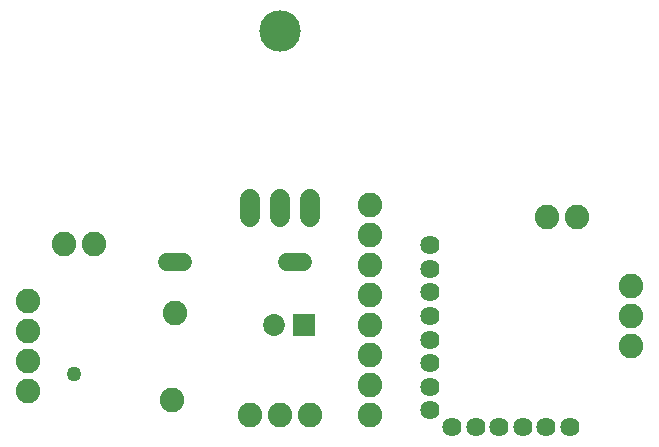
<source format=gbr>
G04 EAGLE Gerber RS-274X export*
G75*
%MOMM*%
%FSLAX34Y34*%
%LPD*%
%INSoldermask Bottom*%
%IPPOS*%
%AMOC8*
5,1,8,0,0,1.08239X$1,22.5*%
G01*
%ADD10C,1.625600*%
%ADD11C,1.524000*%
%ADD12C,2.082800*%
%ADD13C,1.727200*%
%ADD14C,3.505200*%
%ADD15C,1.854200*%
%ADD16R,1.854200X1.854200*%
%ADD17C,1.270000*%


D10*
X424980Y375920D03*
X444980Y375920D03*
X464980Y375920D03*
X484980Y375920D03*
X504980Y375920D03*
X524980Y375920D03*
D11*
X298704Y515620D02*
X285496Y515620D01*
X197104Y515620D02*
X183896Y515620D01*
D10*
X406400Y389740D03*
X406400Y409740D03*
X406400Y429740D03*
X406400Y449740D03*
X406400Y469740D03*
X406400Y489740D03*
X406400Y509740D03*
X406400Y529740D03*
D12*
X355600Y386080D03*
X355600Y411480D03*
X355600Y436880D03*
X355600Y462280D03*
X355600Y487680D03*
X355600Y513080D03*
X355600Y538480D03*
X355600Y563880D03*
D13*
X254000Y568960D02*
X254000Y553720D01*
X279400Y553720D02*
X279400Y568960D01*
X304800Y568960D02*
X304800Y553720D01*
D14*
X279400Y711200D03*
D15*
X274520Y462280D03*
D16*
X299520Y462280D03*
D12*
X254000Y386080D03*
X279400Y386080D03*
X304800Y386080D03*
X576580Y444500D03*
X576580Y469900D03*
X576580Y495300D03*
X190500Y472440D03*
X187960Y398780D03*
X505460Y553720D03*
X530860Y553720D03*
X66040Y482600D03*
X66040Y457200D03*
X66040Y431800D03*
X66040Y406400D03*
X121920Y530860D03*
X96520Y530860D03*
D17*
X104775Y420688D03*
M02*

</source>
